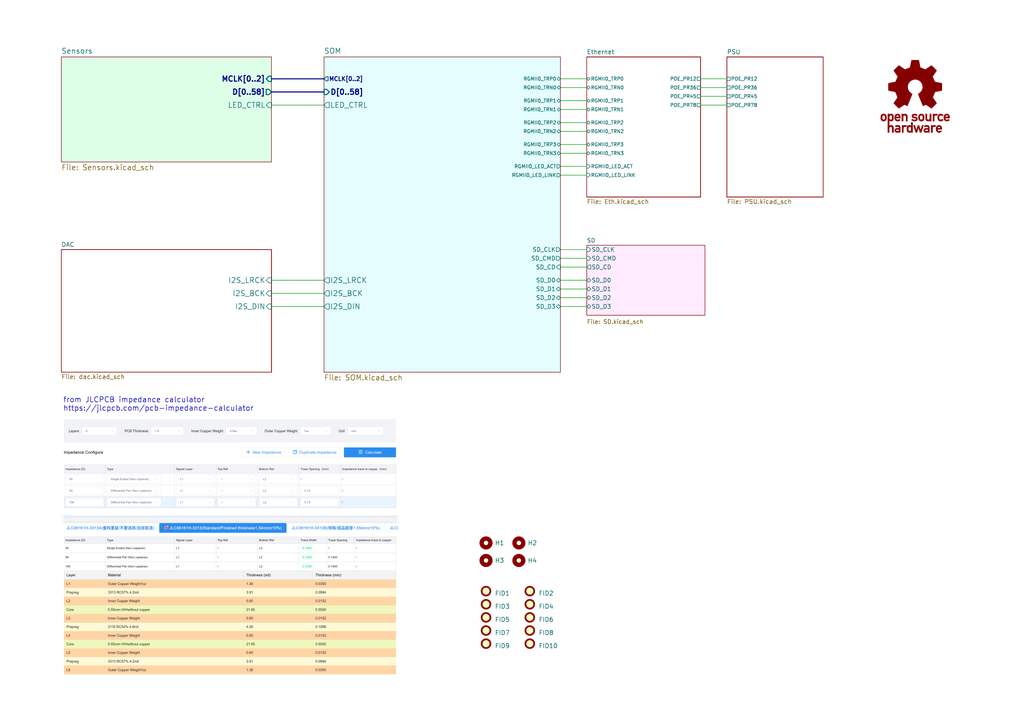
<source format=kicad_sch>
(kicad_sch (version 20250114) (generator "eeschema") (generator_version "9.0")
  (paper "A4")
  (title_block (rev "A") (company "NA"))
  (lib_symbols
    (symbol "Mechanical:Fiducial"
      (property "Reference" "FID" (at 0 5.08 0))
      (property "Value" "Fiducial" (at 0 3.175 0))
    )
    (symbol "Mechanical:MountingHole" (pin_names (offset 1.016))
      (property "Reference" "H" (at 0 5.08 0))
      (property "Value" "MountingHole" (at 0 3.175 0))
    )
    (symbol "OSHW:LOGO" (pin_names (offset 1.016)))
  )
  (text "from JLCPCB impedance calculator\nhttps://jlcpcb.com/pcb-impedance-calculator" (at 18.288 117.348 0) (effects (font (size 1.524 1.524)) (justify left)))
  (wire (pts (xy 78.74 81.28) (xy 93.98 81.28)))
  (bus (pts (xy 78.74 22.86) (xy 93.98 22.86)))
  (wire (pts (xy 162.56 31.75) (xy 170.18 31.75)))
  (wire (pts (xy 78.74 30.48) (xy 93.98 30.48)))
  (wire (pts (xy 203.2 25.4) (xy 210.82 25.4)))
  (wire (pts (xy 78.74 85.09) (xy 93.98 85.09)))
  (wire (pts (xy 162.56 22.86) (xy 170.18 22.86)))
  (wire (pts (xy 162.56 50.8) (xy 170.18 50.8)))
  (wire (pts (xy 162.56 74.93) (xy 170.18 74.93)))
  (bus (pts (xy 78.74 26.67) (xy 93.98 26.67)))
  (wire (pts (xy 203.2 22.86) (xy 210.82 22.86)))
  (wire (pts (xy 162.56 72.39) (xy 170.18 72.39)))
  (wire (pts (xy 162.56 81.28) (xy 170.18 81.28)))
  (wire (pts (xy 203.2 27.94) (xy 210.82 27.94)))
  (wire (pts (xy 162.56 25.4) (xy 170.18 25.4)))
  (wire (pts (xy 162.56 44.45) (xy 170.18 44.45)))
  (wire (pts (xy 162.56 29.21) (xy 170.18 29.21)))
  (wire (pts (xy 162.56 38.1) (xy 170.18 38.1)))
  (wire (pts (xy 162.56 48.26) (xy 170.18 48.26)))
  (wire (pts (xy 203.2 30.48) (xy 210.82 30.48)))
  (wire (pts (xy 162.56 35.56) (xy 170.18 35.56)))
  (wire (pts (xy 162.56 83.82) (xy 170.18 83.82)))
  (wire (pts (xy 78.74 88.9) (xy 93.98 88.9)))
  (wire (pts (xy 162.56 86.36) (xy 170.18 86.36)))
  (wire (pts (xy 162.56 88.9) (xy 170.18 88.9)))
  (wire (pts (xy 162.56 77.47) (xy 170.18 77.47)))
  (wire (pts (xy 162.56 41.91) (xy 170.18 41.91)))
  (image (at 66.802 158.496) (scale 0.651194))
  (symbol (lib_id "Mechanical:MountingHole") (at 140.97 157.48 0) (unit 1) (in_bom no)
    (property "Reference" "H1" (at 143.51 157.48 0) (effects (justify left)))
    (property "Value" "MountingHole" (effects (hide yes)))
    (property "Footprint" "MountingHole:MountingHole_3.7mm" (effects (hide yes)))
  )
  (symbol (lib_id "Mechanical:MountingHole") (at 150.495 157.48 0) (unit 1) (in_bom no)
    (property "Reference" "H2" (at 153.035 157.48 0) (effects (justify left)))
    (property "Value" "MountingHole" (effects (hide yes)))
    (property "Footprint" "MountingHole:MountingHole_3.7mm" (effects (hide yes)))
  )
  (symbol (lib_id "Mechanical:MountingHole") (at 140.97 162.56 0) (unit 1) (in_bom no)
    (property "Reference" "H3" (at 143.51 162.56 0) (effects (justify left)))
    (property "Value" "MountingHole" (effects (hide yes)))
    (property "Footprint" "MountingHole:MountingHole_3.7mm" (effects (hide yes)))
  )
  (symbol (lib_id "Mechanical:MountingHole") (at 150.495 162.56 0) (unit 1) (in_bom no)
    (property "Reference" "H4" (at 153.035 162.56 0) (effects (justify left)))
    (property "Value" "MountingHole" (effects (hide yes)))
    (property "Footprint" "MountingHole:MountingHole_3.7mm" (effects (hide yes)))
  )
  (symbol (lib_id "Mechanical:Fiducial") (at 140.97 175.26 0) (unit 1) (in_bom no)
    (property "Reference" "FID3" (at 143.51 175.895 0) (effects (justify left)))
    (property "Value" "Fiducial" (effects (hide yes)))
    (property "Footprint" "Fiducial:Fiducial_0.5mm_Mask1mm" (effects (hide yes)))
  )
  (symbol (lib_id "Mechanical:Fiducial") (at 140.97 179.07 0) (unit 1) (in_bom no)
    (property "Reference" "FID5" (at 143.51 179.705 0) (effects (justify left)))
    (property "Value" "Fiducial" (effects (hide yes)))
    (property "Footprint" "Fiducial:Fiducial_0.5mm_Mask1mm" (effects (hide yes)))
  )
  (symbol (lib_id "Mechanical:Fiducial") (at 153.67 182.88 0) (unit 1) (in_bom no)
    (property "Reference" "FID8" (at 156.21 183.515 0) (effects (justify left)))
    (property "Value" "Fiducial" (effects (hide yes)))
    (property "Footprint" "Fiducial:Fiducial_0.5mm_Mask1mm" (effects (hide yes)))
  )
  (symbol (lib_id "Mechanical:Fiducial") (at 153.67 171.45 0) (unit 1) (in_bom no)
    (property "Reference" "FID2" (at 156.21 172.085 0) (effects (justify left)))
    (property "Value" "Fiducial" (effects (hide yes)))
    (property "Footprint" "Fiducial:Fiducial_0.5mm_Mask1mm" (effects (hide yes)))
  )
  (symbol (lib_id "Mechanical:Fiducial") (at 153.67 175.26 0) (unit 1) (in_bom no)
    (property "Reference" "FID4" (at 156.21 175.895 0) (effects (justify left)))
    (property "Value" "Fiducial" (effects (hide yes)))
    (property "Footprint" "Fiducial:Fiducial_0.5mm_Mask1mm" (effects (hide yes)))
  )
  (symbol (lib_id "Mechanical:Fiducial") (at 153.67 186.69 0) (unit 1) (in_bom no)
    (property "Reference" "FID10" (at 156.21 187.325 0) (effects (justify left)))
    (property "Value" "Fiducial" (effects (hide yes)))
    (property "Footprint" "Fiducial:Fiducial_0.5mm_Mask1mm" (effects (hide yes)))
  )
  (symbol (lib_id "Mechanical:Fiducial") (at 140.97 182.88 0) (unit 1) (in_bom no)
    (property "Reference" "FID7" (at 143.51 183.515 0) (effects (justify left)))
    (property "Value" "Fiducial" (effects (hide yes)))
    (property "Footprint" "Fiducial:Fiducial_0.5mm_Mask1mm" (effects (hide yes)))
  )
  (symbol (lib_id "Mechanical:Fiducial") (at 140.97 186.69 0) (unit 1) (in_bom no)
    (property "Reference" "FID9" (at 143.51 187.325 0) (effects (justify left)))
    (property "Value" "Fiducial" (effects (hide yes)))
    (property "Footprint" "Fiducial:Fiducial_0.5mm_Mask1mm" (effects (hide yes)))
  )
  (symbol (lib_id "Mechanical:Fiducial") (at 140.97 171.45 0) (unit 1) (in_bom no)
    (property "Reference" "FID1" (at 143.51 172.085 0) (effects (justify left)))
    (property "Value" "Fiducial" (effects (hide yes)))
    (property "Footprint" "Fiducial:Fiducial_0.5mm_Mask1mm" (effects (hide yes)))
  )
  (symbol (lib_id "Mechanical:Fiducial") (at 153.67 179.07 0) (unit 1) (in_bom no)
    (property "Reference" "FID6" (at 156.21 179.705 0) (effects (justify left)))
    (property "Value" "Fiducial" (effects (hide yes)))
    (property "Footprint" "Fiducial:Fiducial_0.5mm_Mask1mm" (effects (hide yes)))
  )
  (symbol (lib_id "OSHW:LOGO") (at 265.43 27.94 0) (unit 1) (in_bom no)
    (property "Reference" "G1" (effects (hide yes)))
    (property "Value" "LOGO" (effects (hide yes)))
    (property "Footprint" "smd:OSHW-Logo2_9.8x8mm_SilkScreen" (effects (hide yes)))
  )
  (sheet (at 17.78 16.51) (size 60.96 30.48) (fill (color 210 255 224 0.7300))
    (property "Sheetname" "Sensors" (at 17.78 15.6714 0) (effects (font (size 1.524 1.524)) (justify left bottom)))
    (property "Sheetfile" "Sensors.kicad_sch" (at 17.78 47.6762 0) (effects (font (size 1.524 1.524)) (justify left top)))
    (pin "MCLK[0..2]" input (at 78.74 22.86 0) (effects (font (size 1.524 1.524) (thickness 0.3048) (bold yes))))
    (pin "D[0..58]" output (at 78.74 26.67 0) (effects (font (size 1.524 1.524) (thickness 0.3048) (bold yes))))
    (pin "LED_CTRL" input (at 78.74 30.48 0) (effects (font (size 1.524 1.524))))
  )
  (sheet (at 93.98 16.51) (size 68.58 91.44) (fill (color 199 251 255 0.4500))
    (property "Sheetname" "SOM" (at 93.98 15.6714 0) (effects (font (size 1.524 1.524)) (justify left bottom)))
    (property "Sheetfile" "SOM.kicad_sch" (at 93.98 108.6362 0) (effects (font (size 1.524 1.524)) (justify left top)))
    (pin "RGMII0_TRP2" bidirectional (at 162.56 35.56 0) (effects (font (size 0.9906 0.9906))))
    (pin "RGMII0_TRN2" bidirectional (at 162.56 38.1 0) (effects (font (size 0.9906 0.9906))))
    (pin "RGMII0_TRP3" bidirectional (at 162.56 41.91 0) (effects (font (size 0.9906 0.9906))))
    (pin "RGMII0_TRN3" bidirectional (at 162.56 44.45 0) (effects (font (size 0.9906 0.9906))))
    (pin "RGMII0_TRP1" bidirectional (at 162.56 29.21 0) (effects (font (size 0.9906 0.9906))))
    (pin "RGMII0_TRN1" bidirectional (at 162.56 31.75 0) (effects (font (size 0.9906 0.9906))))
    (pin "RGMII0_TRP0" bidirectional (at 162.56 22.86 0) (effects (font (size 0.9906 0.9906))))
    (pin "RGMII0_TRN0" bidirectional (at 162.56 25.4 0) (effects (font (size 0.9906 0.9906))))
    (pin "MCLK[0..2]" output (at 93.98 22.86 180) (effects (font (size 1.1938 1.1938) (thickness 0.2388) (bold yes))))
    (pin "SD_CMD" output (at 162.56 74.93 0) (effects (font (size 1.1938 1.1938))))
    (pin "SD_CD" input (at 162.56 77.47 0) (effects (font (size 1.1938 1.1938))))
    (pin "SD_D3" bidirectional (at 162.56 88.9 0) (effects (font (size 1.1938 1.1938))))
    (pin "SD_CLK" output (at 162.56 72.39 0) (effects (font (size 1.1938 1.1938))))
    (pin "SD_D2" bidirectional (at 162.56 86.36 0) (effects (font (size 1.1938 1.1938))))
    (pin "SD_D0" bidirectional (at 162.56 81.28 0) (effects (font (size 1.1938 1.1938))))
    (pin "SD_D1" bidirectional (at 162.56 83.82 0) (effects (font (size 1.1938 1.1938))))
    (pin "D[0..58]" input (at 93.98 26.67 180) (effects (font (size 1.524 1.524) (thickness 0.3048) (bold yes))))
    (pin "LED_CTRL" output (at 93.98 30.48 180) (effects (font (size 1.524 1.524))))
    (pin "I2S_BCK" output (at 93.98 85.09 180) (effects (font (size 1.524 1.524))))
    (pin "I2S_DIN" output (at 93.98 88.9 180) (effects (font (size 1.524 1.524))))
    (pin "I2S_LRCK" output (at 93.98 81.28 180) (effects (font (size 1.524 1.524))))
    (pin "RGMII0_LED_ACT" output (at 162.56 48.26 0) (effects (font (size 1.016 1.016))))
    (pin "RGMII0_LED_LINK" output (at 162.56 50.8 0) (effects (font (size 1.016 1.016))))
  )
  (sheet (at 170.18 71.12) (size 34.29 20.32) (fill (color 255 220 250 0.5700))
    (property "Sheetname" "SD" (at 170.18 70.4465 0) (effects (font (size 1.1938 1.1938)) (justify left bottom)))
    (property "Sheetfile" "SD.kicad_sch" (at 170.18 92.6291 0) (effects (font (size 1.1938 1.1938)) (justify left top)))
    (pin "SD_CMD" input (at 170.18 74.93 180) (effects (font (size 1.1938 1.1938))))
    (pin "SD_CD" output (at 170.18 77.47 180) (effects (font (size 1.1938 1.1938))))
    (pin "SD_D3" bidirectional (at 170.18 88.9 180) (effects (font (size 1.1938 1.1938))))
    (pin "SD_CLK" input (at 170.18 72.39 180) (effects (font (size 1.1938 1.1938))))
    (pin "SD_D2" bidirectional (at 170.18 86.36 180) (effects (font (size 1.1938 1.1938))))
    (pin "SD_D0" bidirectional (at 170.18 81.28 180) (effects (font (size 1.1938 1.1938))))
    (pin "SD_D1" bidirectional (at 170.18 83.82 180) (effects (font (size 1.1938 1.1938))))
  )
  (sheet (at 170.18 16.51) (size 33.02 40.64) (stroke (width 0.1524))
    (property "Sheetname" "Ethernet" (at 170.18 15.7984 0) (effects (justify left bottom)))
    (property "Sheetfile" "Eth.kicad_sch" (at 170.18 57.7346 0) (effects (justify left top)))
    (pin "POE_PR36" passive (at 203.2 25.4 0) (effects (font (size 0.9906 0.9906))))
    (pin "POE_PR12" passive (at 203.2 22.86 0) (effects (font (size 0.9906 0.9906))))
    (pin "POE_PR78" passive (at 203.2 30.48 0) (effects (font (size 0.9906 0.9906))))
    (pin "POE_PR45" passive (at 203.2 27.94 0) (effects (font (size 0.9906 0.9906))))
    (pin "RGMII0_TRP3" bidirectional (at 170.18 41.91 180) (effects (font (size 0.9906 0.9906))))
    (pin "RGMII0_TRN3" bidirectional (at 170.18 44.45 180) (effects (font (size 0.9906 0.9906))))
    (pin "RGMII0_TRN0" bidirectional (at 170.18 25.4 180) (effects (font (size 0.9906 0.9906))))
    (pin "RGMII0_TRP1" bidirectional (at 170.18 29.21 180) (effects (font (size 0.9906 0.9906))))
    (pin "RGMII0_TRN1" bidirectional (at 170.18 31.75 180) (effects (font (size 0.9906 0.9906))))
    (pin "RGMII0_TRN2" bidirectional (at 170.18 38.1 180) (effects (font (size 0.9906 0.9906))))
    (pin "RGMII0_TRP0" bidirectional (at 170.18 22.86 180) (effects (font (size 0.9906 0.9906))))
    (pin "RGMII0_TRP2" bidirectional (at 170.18 35.56 180) (effects (font (size 0.9906 0.9906))))
    (pin "RGMII0_LED_ACT" input (at 170.18 48.26 180) (effects (font (size 1.016 1.016))))
    (pin "RGMII0_LED_LINK" input (at 170.18 50.8 180) (effects (font (size 1.016 1.016))))
  )
  (sheet (at 210.82 16.51) (size 27.94 40.64) (stroke (width 0.1524))
    (property "Sheetname" "PSU" (at 210.82 15.7984 0) (effects (justify left bottom)))
    (property "Sheetfile" "PSU.kicad_sch" (at 210.82 57.7346 0) (effects (justify left top)))
    (pin "POE_PR36" passive (at 210.82 25.4 180) (effects (font (size 0.9906 0.9906))))
    (pin "POE_PR45" passive (at 210.82 27.94 180) (effects (font (size 0.9906 0.9906))))
    (pin "POE_PR78" passive (at 210.82 30.48 180) (effects (font (size 0.9906 0.9906))))
    (pin "POE_PR12" passive (at 210.82 22.86 180) (effects (font (size 0.9906 0.9906))))
  )
  (sheet (at 17.78 72.39) (size 60.96 35.56) (stroke (width 0.1524))
    (property "Sheetname" "DAC" (at 17.78 71.6784 0) (effects (justify left bottom)))
    (property "Sheetfile" "dac.kicad_sch" (at 17.78 108.5346 0) (effects (justify left top)))
    (pin "I2S_BCK" input (at 78.74 85.09 0) (effects (font (size 1.524 1.524))))
    (pin "I2S_DIN" input (at 78.74 88.9 0) (effects (font (size 1.524 1.524))))
    (pin "I2S_LRCK" input (at 78.74 81.28 0) (effects (font (size 1.524 1.524))))
  )
)
</source>
